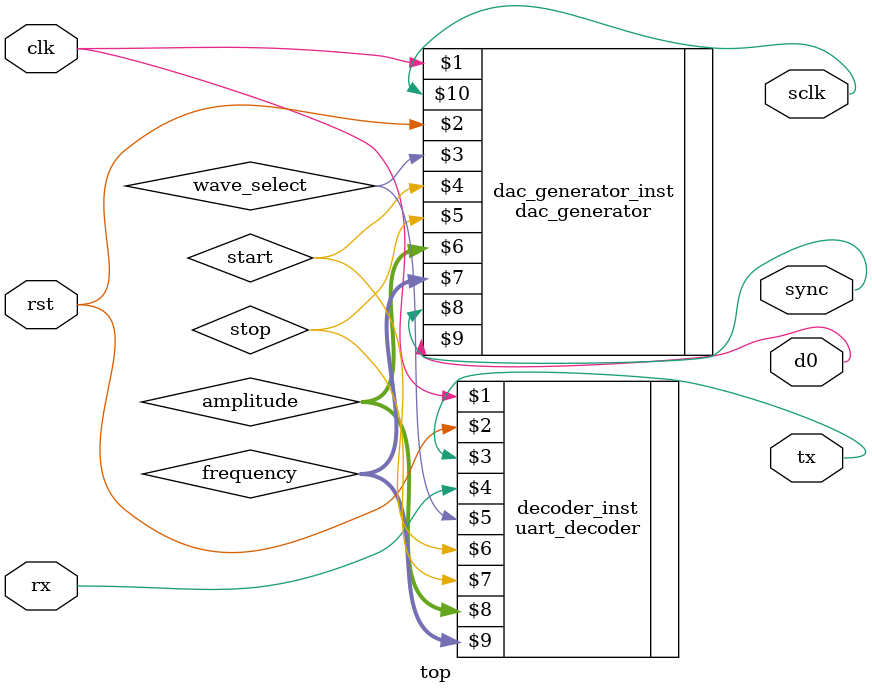
<source format=sv>
`timescale 1ns / 1ps


module top #(parameter nd = 20) (input clk, rst, /* start ,*/

    input rx, 
    output tx,

    output d0, sync, sclk);

wire rstn = ~rst;

/*
wire [31:0] s_axi_wdata, s_axi_rdata;
wire [3:0] s_axi_awaddr, s_axi_araddr;
wire [1:0] s_axi_bresp; //, s_axi_rresp;
wire [3:0] s_axi_wstrb = 4'b1;
axi_uartlite_0 uart_ip (.s_axi_aclk(clk),        // input wire s_axi_aclk
  .s_axi_aresetn(rstn),  // input wire s_axi_aresetn
  .interrupt(interrupt),          // output wire interrupt
  .s_axi_awaddr(s_axi_awaddr),    // input wire [3 : 0] s_axi_awaddr
  .s_axi_awvalid(s_axi_awvalid),  // input wire s_axi_awvalid
  .s_axi_awready(s_axi_awready),  // output wire s_axi_awready
  .s_axi_wdata(s_axi_wdata),      // input wire [31 : 0] s_axi_wdata
  .s_axi_wstrb(s_axi_wstrb),      // input wire [3 : 0] s_axi_wstrb
  .s_axi_wvalid(s_axi_wvalid),    // input wire s_axi_wvalid
  .s_axi_wready(s_axi_wready),    // output wire s_axi_wready
  .s_axi_bresp(s_axi_bresp),      // output wire [1 : 0] s_axi_bresp
  .s_axi_bvalid(s_axi_bvalid),    // output wire s_axi_bvalid
  .s_axi_bready(s_axi_bready),    // input wire s_axi_bready
  .s_axi_araddr(s_axi_araddr),    // input wire [3 : 0] s_axi_araddr
  .s_axi_arvalid(s_axi_arvalid),  // input wire s_axi_arvalid
  .s_axi_arready(s_axi_arready),  // output wire s_axi_arready
  .s_axi_rdata(s_axi_rdata),      // output wire [31 : 0] s_axi_rdata
  .s_axi_rresp(),      // output wire [1 : 0] s_axi_rresp
  .s_axi_rvalid(s_axi_rvalid),    // output wire s_axi_rvalid
  .s_axi_rready(s_axi_rready),    // input wire s_axi_rready
  .rx(rx),                        // input wire rx
  .tx(tx)                        // output wire tx
);
*/
  
//wire [$clog2(nd)-1:0] addr;
//wire [7:0] received, transmit;
//master_axi_uart #(.nd(nd)) master (.clk(clk), .rst(rstp), .start(start), .rec_trn(led),
//    .awadr(s_axi_awaddr), .awvalid(s_axi_awvalid), .awrdy(s_axi_awready),
//    .wdata(s_axi_wdata), .wvalid(s_axi_wvalid), .wrdy(s_axi_wready),
//    .bdata(s_axi_bresp), .bvalid(s_axi_bvalid), .brdy(s_axi_bready),    //not needed
//    .aradr(s_axi_araddr), .arvalid(s_axi_arvalid), .arrdy(s_axi_arready),
//    .rdata(s_axi_rdata), .rvalid(s_axi_rvalid), .rrdy(s_axi_rready),
//    .received(received), .dcnt(addr), .wstb(wr),
//    .transmit(transmit), .rstb(rd));

//memory #(.deep(nd)) data_storage (.clk(clk), .wr(wr), .rd(rd), .adr(addr), .datin(received), .datout(transmit));

//assign leds = {led, {(7-$clog2(nd)){1'b0}}, addr};

wire [7:0] amplitude;
wire [15:0] frequency;
`ifdef MOCKUP_DRIVER
mockup_driver driver_inst(clk, rst, wave_select, start, stop, amplitude, frequency);
`else
uart_decoder decoder_inst(clk, rst, tx, rx, wave_select, start, stop, amplitude, frequency);
`endif
dac_generator #(16, 8) dac_generator_inst
    (clk, rst, wave_select, start, stop, amplitude, frequency,
     sync, d0, sclk // dac output 
);

endmodule

</source>
